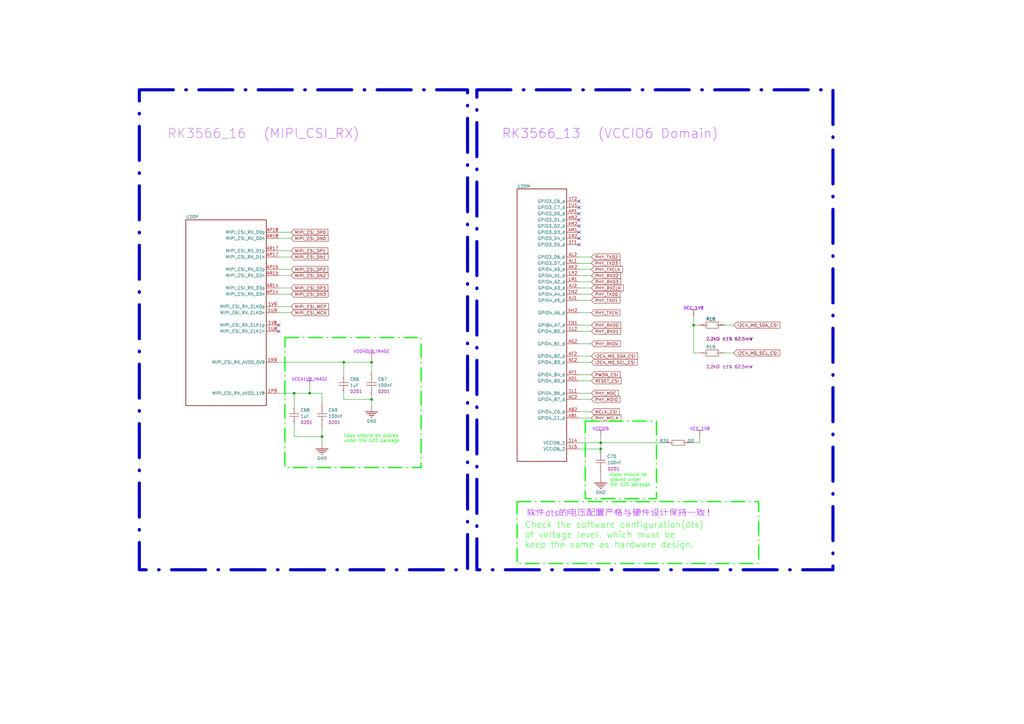
<source format=kicad_sch>
(kicad_sch (version 20250114) (generator "eeschema") (generator_version "9.0")
  (paper "A3")
  (rectangle (start 116.84 138.43) (end 172.72 191.77) (stroke (width 0.508) (type dash_dot) (color 0 255 0 1)))
  (rectangle (start 240.03 172.72) (end 269.24 204.47) (stroke (width 0.508) (type dash_dot) (color 0 255 0 1)))
  (rectangle (start 57.15 36.83) (end 191.77 233.68) (stroke (width 1.27) (type dash_dot)))
  (rectangle (start 212.09 205.74) (end 311.15 231.14) (stroke (width 0.508) (type dash_dot) (color 0 255 0 1)))
  (rectangle (start 195.58 36.83) (end 341.63 233.68) (stroke (width 1.27) (type dash_dot)))
  (text "Caps should be \nplaced under \nthe U20 package" (at 250.19 199.644 0) (effects (font (size 1.27 1.27)) (justify left bottom)))
  (text "RK3566_13" (at 205.74 57.15 0) (effects (font (size 3.81 3.81)) (justify left bottom)))
  (text "软件dts的电压配置严格与硬件设计保持一致！" (at 215.9 212.09 0) (effects (font (size 2.54 2.54)) (justify left bottom)))
  (text "Caps should be placed \nunder the U20 package" (at 140.97 181.61 0) (effects (font (size 1.27 1.27)) (justify left bottom)))
  (text "Check the software configuration(dts)\nof voltage level, which must be\nkeep the same as hardware design." (at 215.138 225.044 0) (effects (font (size 2.54 2.54)) (justify left bottom)))
  (text "(MIPI_CSI_RX)" (at 107.95 57.15 0) (effects (font (size 3.81 3.81)) (justify left bottom)))
  (text "(VCCIO6 Domain)" (at 245.11 57.15 0) (effects (font (size 3.81 3.81)) (justify left bottom)))
  (text "RK3566_16" (at 68.58 57.15 0) (effects (font (size 3.81 3.81)) (justify left bottom)))
  (junction (at 132.08 179.07))
  (junction (at 140.97 148.59))
  (junction (at 127 161.29))
  (junction (at 246.38 181.61))
  (junction (at 152.4 148.59))
  (junction (at 246.38 184.15))
  (junction (at 284.48 133.35))
  (junction (at 152.4 163.83))
  (junction (at 120.65 161.29))
  (no_connect (at 114.3 133.35))
  (no_connect (at 237.49 92.71))
  (no_connect (at 237.49 87.63))
  (no_connect (at 237.49 100.33))
  (no_connect (at 114.3 135.89))
  (no_connect (at 237.49 97.79))
  (no_connect (at 237.49 95.25))
  (no_connect (at 237.49 85.09))
  (no_connect (at 237.49 90.17))
  (no_connect (at 237.49 82.55))
  (wire (pts (xy 140.97 153.67) (xy 140.97 148.59)))
  (wire (pts (xy 242.57 123.19) (xy 237.49 123.19)))
  (wire (pts (xy 284.48 133.35) (xy 284.48 129.54)))
  (wire (pts (xy 114.3 148.59) (xy 140.97 148.59)))
  (wire (pts (xy 152.4 152.4) (xy 152.4 148.59)))
  (wire (pts (xy 242.57 163.83) (xy 237.49 163.83)))
  (wire (pts (xy 119.38 113.03) (xy 114.3 113.03)))
  (wire (pts (xy 237.49 153.67) (xy 242.57 153.67)))
  (wire (pts (xy 120.65 166.37) (xy 120.65 161.29)))
  (wire (pts (xy 119.38 97.79) (xy 114.3 97.79)))
  (wire (pts (xy 242.57 107.95) (xy 237.49 107.95)))
  (wire (pts (xy 246.38 184.15) (xy 237.49 184.15)))
  (wire (pts (xy 297.18 133.35) (xy 300.99 133.35)))
  (wire (pts (xy 119.38 120.65) (xy 114.3 120.65)))
  (wire (pts (xy 152.4 162.56) (xy 152.4 163.83)))
  (wire (pts (xy 297.18 144.78) (xy 300.99 144.78)))
  (wire (pts (xy 140.97 148.59) (xy 152.4 148.59)))
  (wire (pts (xy 119.38 110.49) (xy 114.3 110.49)))
  (wire (pts (xy 242.57 110.49) (xy 237.49 110.49)))
  (wire (pts (xy 242.57 140.97) (xy 237.49 140.97)))
  (wire (pts (xy 242.57 120.65) (xy 237.49 120.65)))
  (wire (pts (xy 119.38 102.87) (xy 114.3 102.87)))
  (wire (pts (xy 152.4 163.83) (xy 140.97 163.83)))
  (wire (pts (xy 242.57 115.57) (xy 237.49 115.57)))
  (wire (pts (xy 237.49 156.21) (xy 242.57 156.21)))
  (wire (pts (xy 246.38 181.61) (xy 246.38 184.15)))
  (wire (pts (xy 132.08 161.29) (xy 127 161.29)))
  (wire (pts (xy 119.38 105.41) (xy 114.3 105.41)))
  (wire (pts (xy 242.57 105.41) (xy 237.49 105.41)))
  (wire (pts (xy 119.38 95.25) (xy 114.3 95.25)))
  (wire (pts (xy 237.49 168.91) (xy 242.57 168.91)))
  (wire (pts (xy 237.49 146.05) (xy 242.57 146.05)))
  (wire (pts (xy 242.57 133.35) (xy 237.49 133.35)))
  (wire (pts (xy 114.3 128.27) (xy 119.38 128.27)))
  (wire (pts (xy 284.48 144.78) (xy 287.02 144.78)))
  (wire (pts (xy 237.49 148.59) (xy 242.57 148.59)))
  (wire (pts (xy 246.38 194.31) (xy 246.38 195.58)))
  (wire (pts (xy 132.08 179.07) (xy 120.65 179.07)))
  (wire (pts (xy 284.48 133.35) (xy 287.02 133.35)))
  (wire (pts (xy 242.57 128.27) (xy 237.49 128.27)))
  (wire (pts (xy 114.3 125.73) (xy 119.38 125.73)))
  (wire (pts (xy 242.57 113.03) (xy 237.49 113.03)))
  (wire (pts (xy 242.57 135.89) (xy 237.49 135.89)))
  (wire (pts (xy 132.08 175.26) (xy 132.08 179.07)))
  (wire (pts (xy 246.38 181.61) (xy 273.05 181.61)))
  (wire (pts (xy 242.57 118.11) (xy 237.49 118.11)))
  (wire (pts (xy 119.38 118.11) (xy 114.3 118.11)))
  (wire (pts (xy 242.57 171.45) (xy 237.49 171.45)))
  (wire (pts (xy 127 158.75) (xy 127 161.29)))
  (wire (pts (xy 242.57 161.29) (xy 237.49 161.29)))
  (wire (pts (xy 132.08 161.29) (xy 132.08 165.1)))
  (wire (pts (xy 152.4 163.83) (xy 152.4 166.37)))
  (wire (pts (xy 284.48 144.78) (xy 284.48 133.35)))
  (wire (pts (xy 152.4 147.32) (xy 152.4 148.59)))
  (wire (pts (xy 132.08 181.61) (xy 132.08 179.07)))
  (wire (pts (xy 140.97 163.83) (xy 140.97 161.29)))
  (wire (pts (xy 114.3 161.29) (xy 120.65 161.29)))
  (wire (pts (xy 287.02 179.07) (xy 287.02 181.61)))
  (wire (pts (xy 127 161.29) (xy 120.65 161.29)))
  (wire (pts (xy 246.38 181.61) (xy 246.38 179.07)))
  (wire (pts (xy 287.02 181.61) (xy 283.21 181.61)))
  (wire (pts (xy 120.65 179.07) (xy 120.65 173.99)))
  (wire (pts (xy 237.49 181.61) (xy 246.38 181.61)))
  (global_label "MIPI_CSI_MCN" (shape input) (at 119.38 128.27 0) (property "Intersheetrefs" "${INTERSHEET_REFS}" (effects (hide yes))))
  (global_label "MIPI_CSI_DN2" (shape input) (at 119.38 113.03 0) (property "Intersheetrefs" "${INTERSHEET_REFS}" (effects (hide yes))))
  (global_label "PHY_MDC" (shape input) (at 242.57 161.29 0) (property "Intersheetrefs" "${INTERSHEET_REFS}" (effects (hide yes))))
  (global_label "PHY_MCLK" (shape input) (at 242.57 171.45 0) (property "Intersheetrefs" "${INTERSHEET_REFS}" (effects (hide yes))))
  (global_label "PWDN_CSI" (shape input) (at 242.57 153.67 0) (property "Intersheetrefs" "${INTERSHEET_REFS}" (effects (hide yes))))
  (global_label "I2C4_M0_SCL_CSI" (shape input) (at 242.57 148.59 0) (property "Intersheetrefs" "${INTERSHEET_REFS}" (effects (hide yes))))
  (global_label "MIPI_CSI_DN0" (shape input) (at 119.38 97.79 0) (property "Intersheetrefs" "${INTERSHEET_REFS}" (effects (hide yes))))
  (global_label "MIPI_CSI_DN3" (shape input) (at 119.38 120.65 0) (property "Intersheetrefs" "${INTERSHEET_REFS}" (effects (hide yes))))
  (global_label "PHY_TXD1" (shape input) (at 242.57 123.19 0) (property "Intersheetrefs" "${INTERSHEET_REFS}" (effects (hide yes))))
  (global_label "MIPI_CSI_DN1" (shape input) (at 119.38 105.41 0) (property "Intersheetrefs" "${INTERSHEET_REFS}" (effects (hide yes))))
  (global_label "PHY_RXD2" (shape input) (at 242.57 113.03 0) (property "Intersheetrefs" "${INTERSHEET_REFS}" (effects (hide yes))))
  (global_label "PHY_MDIO" (shape input) (at 242.57 163.83 0) (property "Intersheetrefs" "${INTERSHEET_REFS}" (effects (hide yes))))
  (global_label "RESET_CSI" (shape input) (at 242.57 156.21 0) (property "Intersheetrefs" "${INTERSHEET_REFS}" (effects (hide yes))))
  (global_label "PHY_RXD0" (shape input) (at 242.57 133.35 0) (property "Intersheetrefs" "${INTERSHEET_REFS}" (effects (hide yes))))
  (global_label "I2C4_M0_SCL_CSI" (shape input) (at 300.99 144.78 0) (property "Intersheetrefs" "${INTERSHEET_REFS}" (effects (hide yes))))
  (global_label "PHY_RXD3" (shape input) (at 242.57 115.57 0) (property "Intersheetrefs" "${INTERSHEET_REFS}" (effects (hide yes))))
  (global_label "PHY_TXD0" (shape input) (at 242.57 120.65 0) (property "Intersheetrefs" "${INTERSHEET_REFS}" (effects (hide yes))))
  (global_label "PHY_RXCLK" (shape input) (at 242.57 118.11 0) (property "Intersheetrefs" "${INTERSHEET_REFS}" (effects (hide yes))))
  (global_label "MCLK_CSI" (shape input) (at 242.57 168.91 0) (property "Intersheetrefs" "${INTERSHEET_REFS}" (effects (hide yes))))
  (global_label "PHY_TXCLK" (shape input) (at 242.57 110.49 0) (property "Intersheetrefs" "${INTERSHEET_REFS}" (effects (hide yes))))
  (global_label "PHY_TXD2" (shape input) (at 242.57 105.41 0) (property "Intersheetrefs" "${INTERSHEET_REFS}" (effects (hide yes))))
  (global_label "MIPI_CSI_DP3" (shape input) (at 119.38 118.11 0) (property "Intersheetrefs" "${INTERSHEET_REFS}" (effects (hide yes))))
  (global_label "PHY_TXD3" (shape input) (at 242.57 107.95 0) (property "Intersheetrefs" "${INTERSHEET_REFS}" (effects (hide yes))))
  (global_label "MIPI_CSI_DP1" (shape input) (at 119.38 102.87 0) (property "Intersheetrefs" "${INTERSHEET_REFS}" (effects (hide yes))))
  (global_label "MIPI_CSI_DP0" (shape input) (at 119.38 95.25 0) (property "Intersheetrefs" "${INTERSHEET_REFS}" (effects (hide yes))))
  (global_label "MIPI_CSI_DP2" (shape input) (at 119.38 110.49 0) (property "Intersheetrefs" "${INTERSHEET_REFS}" (effects (hide yes))))
  (global_label "MIPI_CSI_MCP" (shape input) (at 119.38 125.73 0) (property "Intersheetrefs" "${INTERSHEET_REFS}" (effects (hide yes))))
  (global_label "I2C4_M0_SDA_CSI" (shape input) (at 300.99 133.35 0) (property "Intersheetrefs" "${INTERSHEET_REFS}" (effects (hide yes))))
  (global_label "I2C4_M0_SDA_CSI" (shape input) (at 242.57 146.05 0) (property "Intersheetrefs" "${INTERSHEET_REFS}" (effects (hide yes))))
  (global_label "PHY_RXD1" (shape input) (at 242.57 135.89 0) (property "Intersheetrefs" "${INTERSHEET_REFS}" (effects (hide yes))))
  (global_label "PHY_RXDV" (shape input) (at 242.57 140.97 0) (property "Intersheetrefs" "${INTERSHEET_REFS}" (effects (hide yes))))
  (global_label "PHY_TXEN" (shape input) (at 242.57 128.27 0) (property "Intersheetrefs" "${INTERSHEET_REFS}" (effects (hide yes))))
  (symbol (lib_id "LCSC Taish-easyedapro:Ground-GND") (at 152.4 166.37 0) (unit 1)
    (property "Reference" "#PWR0177" (effects (hide yes)))
    (property "Value" "GND" (at 152.4 172.72 0))
    (property "Footprint" "LCSC Taish-easyedapro:" (effects (hide yes)))
  )
  (symbol (lib_id "LCSC Taish-easyedapro:CL05A105KP5NNNC") (at 120.65 170.18 270) (unit 1)
    (property "Reference" "C68" (at 123.19 168.91 90) (effects (justify left bottom)))
    (property "Value" "1uF" (at 123.19 171.45 90) (effects (justify left bottom)))
    (property "Footprint" "Capacitor_SMD:C_0402_1005Metric" (effects (hide yes)))
    (property "Datasheet" "https://atta.szlcsc.com/upload/public/pdf/source/20160103/1457707736151.pdf" (effects (hide yes)))
    (property "Description" "容值:1uF;精度:±10%;额定电压:10V;材质(温度系数):X5R;" (effects (hide yes)))
    (property "Manufacturer Part" "CL03A105MQ3CSNH" (effects (hide yes)))
    (property "Manufacturer" "SAMSUNG(三星)" (effects (hide yes)))
    (property "Supplier Part" "C53067" (effects (hide yes)))
    (property "Supplier" "LCSC" (effects (hide yes)))
    (property "LCSC Part Name" "1uF ±20% 6.3V" (effects (hide yes)))
    (property "Supplier Footprint" "0201" (at 123.19 173.99 90) (effects (justify left bottom)))
  )
  (symbol (lib_id "LCSC Taish-easyedapro:Power-VCC") (at 152.4 147.32 0) (unit 1)
    (property "Reference" "#PWR0178" (effects (hide yes)))
    (property "Value" "VDDA0V9_IMAGE" (at 152.4 144.78 0) (effects (justify bottom)))
    (property "Footprint" "LCSC Taish-easyedapro:" (effects (hide yes)))
  )
  (symbol (lib_id "LCSC Taish-easyedapro:RK3566") (at 96.52 128.27 0) (unit 16)
    (property "Reference" "U20" (at 76.2 89.6874 0) (effects (justify left bottom)))
    (property "Value" "~" (at 96.52 128.27 0))
    (property "Footprint" "LCSC Taish-easyedapro:RK3566" (effects (hide yes)))
  )
  (symbol (lib_id "LCSC Taish-easyedapro:Ground-GND") (at 246.38 195.58 0) (unit 1)
    (property "Reference" "#PWR0174" (effects (hide yes)))
    (property "Value" "GND" (at 246.38 201.93 0))
    (property "Footprint" "LCSC Taish-easyedapro:" (effects (hide yes)))
  )
  (symbol (lib_id "LCSC Taish-easyedapro:CL05B104KB54PNC") (at 132.08 170.18 90) (unit 1)
    (property "Reference" "C69" (at 134.62 168.91 90) (effects (justify right top)))
    (property "Value" "100nF" (at 134.62 171.45 90) (effects (justify right top)))
    (property "Footprint" "Capacitor_SMD:C_0402_1005Metric" (effects (hide yes)))
    (property "Datasheet" "https://atta.szlcsc.com/upload/public/pdf/source/20181009/C307380_E0679AAF9658ADA26DBF30CED0CA6925.pdf" (effects (hide yes)))
    (property "Description" "容值:100nF;精度:±10%;额定电压:50V;材质(温度系数):X7R;" (effects (hide yes)))
    (property "Manufacturer Part" "CL03A104KO3NNNC" (effects (hide yes)))
    (property "Manufacturer" "SAMSUNG(三星)" (effects (hide yes)))
    (property "Supplier Part" "C307380" (effects (hide yes)))
    (property "Supplier" "LCSC" (effects (hide yes)))
    (property "LCSC Part Name" "100nF ±10% 16V" (effects (hide yes)))
    (property "JLCPCB Part Class" "Extended Part" (effects (hide yes)))
    (property "Supplier Footprint" "0201" (at 134.62 173.99 90) (effects (justify right top)))
  )
  (symbol (lib_id "LCSC Taish-easyedapro:ERJ2GE0R00X") (at 278.13 181.61 0) (unit 1)
    (property "Reference" "R20" (at 270.51 181.61 0) (effects (justify left bottom)))
    (property "Value" "0Ω" (at 281.94 181.61 0) (effects (justify left bottom)))
    (property "Footprint" "LCSC Taish-easyedapro:R0402" (effects (hide yes)))
    (property "Datasheet" "https://atta.szlcsc.com/upload/public/pdf/source/20181106/C242160_CA6E41971DE5A1DCD79442F3CF334CD6.pdf" (effects (hide yes)))
    (property "Description" "电阻类型:-;阻值:0Ω;功率:100mW;温度系数:-100ppm/°C~+600ppm/°C;最大工作电压:-;工作温度范围:-55°C~+155°C;" (effects (hide yes)))
    (property "Manufacturer Part" "ERJ2GE0R00X" (effects (hide yes)))
    (property "Manufacturer" "PANASONIC(松下)" (effects (hide yes)))
    (property "Supplier Part" "C242160" (effects (hide yes)))
    (property "Supplier" "LCSC" (effects (hide yes)))
    (property "LCSC Part Name" "0Ω 100mW" (effects (hide yes)))
  )
  (symbol (lib_id "LCSC Taish-easyedapro:CL05B104KB54PNC") (at 246.38 189.23 90) (unit 1)
    (property "Reference" "C70" (at 248.92 187.96 90) (effects (justify right top)))
    (property "Value" "100nF" (at 248.92 190.5 90) (effects (justify right top)))
    (property "Footprint" "Capacitor_SMD:C_0402_1005Metric" (effects (hide yes)))
    (property "Datasheet" "https://atta.szlcsc.com/upload/public/pdf/source/20181009/C307380_E0679AAF9658ADA26DBF30CED0CA6925.pdf" (effects (hide yes)))
    (property "Description" "容值:100nF;精度:±10%;额定电压:50V;材质(温度系数):X7R;" (effects (hide yes)))
    (property "Manufacturer Part" "CL03A104KO3NNNC" (effects (hide yes)))
    (property "Manufacturer" "SAMSUNG(三星)" (effects (hide yes)))
    (property "Supplier Part" "C307380" (effects (hide yes)))
    (property "Supplier" "LCSC" (effects (hide yes)))
    (property "LCSC Part Name" "100nF ±10% 16V" (effects (hide yes)))
    (property "JLCPCB Part Class" "Extended Part" (effects (hide yes)))
    (property "Supplier Footprint" "0201" (at 249.174 193.04 90) (effects (justify right top)))
  )
  (symbol (lib_id "LCSC Taish-easyedapro:RK3566") (at 224.79 133.35 0) (unit 13)
    (property "Reference" "U20" (at 212.09 77.1144 0) (effects (justify left bottom)))
    (property "Value" "~" (at 224.79 133.35 0))
    (property "Footprint" "LCSC Taish-easyedapro:RK3566" (effects (hide yes)))
  )
  (symbol (lib_id "LCSC Taish-easyedapro:Power-VCC") (at 284.48 129.54 0) (unit 1)
    (property "Reference" "#PWR0179" (effects (hide yes)))
    (property "Value" "VCC_1V8" (at 284.48 127 0) (effects (justify bottom)))
    (property "Footprint" "LCSC Taish-easyedapro:" (effects (hide yes)))
  )
  (symbol (lib_id "LCSC Taish-easyedapro:Power-VCC") (at 287.02 179.07 0) (unit 1)
    (property "Reference" "#PWR0176" (effects (hide yes)))
    (property "Value" "VCC_1V8" (at 287.02 176.53 0) (effects (justify bottom)))
    (property "Footprint" "LCSC Taish-easyedapro:" (effects (hide yes)))
  )
  (symbol (lib_id "LCSC Taish-easyedapro:Ground-GND") (at 132.08 181.61 0) (unit 1)
    (property "Reference" "#PWR0172" (effects (hide yes)))
    (property "Value" "GND" (at 132.08 187.96 0))
    (property "Footprint" "LCSC Taish-easyedapro:" (effects (hide yes)))
  )
  (symbol (lib_id "LCSC Taish-easyedapro:CL05A105KP5NNNC") (at 140.97 157.48 270) (unit 1)
    (property "Reference" "C66" (at 143.51 156.21 90) (effects (justify left bottom)))
    (property "Value" "1uF" (at 143.51 158.75 90) (effects (justify left bottom)))
    (property "Footprint" "Capacitor_SMD:C_0402_1005Metric" (effects (hide yes)))
    (property "Datasheet" "https://atta.szlcsc.com/upload/public/pdf/source/20160103/1457707736151.pdf" (effects (hide yes)))
    (property "Description" "容值:1uF;精度:±10%;额定电压:10V;材质(温度系数):X5R;" (effects (hide yes)))
    (property "Manufacturer Part" "CL03A105MQ3CSNH" (effects (hide yes)))
    (property "Manufacturer" "SAMSUNG(三星)" (effects (hide yes)))
    (property "Supplier Part" "C53067" (effects (hide yes)))
    (property "Supplier" "LCSC" (effects (hide yes)))
    (property "LCSC Part Name" "1uF ±20% 6.3V" (effects (hide yes)))
    (property "Supplier Footprint" "0201" (at 143.51 161.29 90) (effects (justify left bottom)))
  )
  (symbol (lib_id "LCSC Taish-easyedapro:Power-VCC") (at 127 158.75 0) (unit 1)
    (property "Reference" "#PWR0173" (effects (hide yes)))
    (property "Value" "VCCA1V8_IMAGE" (at 127 156.21 0) (effects (justify bottom)))
    (property "Footprint" "LCSC Taish-easyedapro:" (effects (hide yes)))
  )
  (symbol (lib_id "LCSC Taish-easyedapro:ERJ2RKF2201X") (at 292.1 133.35 0) (unit 1)
    (property "Reference" "R18" (at 289.56 131.5974 0) (effects (justify left bottom)))
    (property "Value" "2.2kΩ" (effects (hide yes)))
    (property "Footprint" "LCSC Taish-easyedapro:R0402" (effects (hide yes)))
    (property "Datasheet" "https://atta.szlcsc.com/upload/public/pdf/source/20200306/C422600_1E6D84923E4A46A82E41ADD87F860B5C.pdf" (effects (hide yes)))
    (property "Manufacturer Part" "0402WGF2201TCE" (effects (hide yes)))
    (property "Manufacturer" "UNI-ROYAL(厚声)" (effects (hide yes)))
    (property "Supplier Part" "C25879" (effects (hide yes)))
    (property "Supplier" "LCSC" (effects (hide yes)))
    (property "LCSC Part Name" "2.2kΩ ±1% 62.5mW" (at 289.56 139.7 0) (effects (justify left bottom)))
    (property "JLCPCB Part Class" "Basic Part" (effects (hide yes)))
  )
  (symbol (lib_id "LCSC Taish-easyedapro:ERJ2RKF2201X") (at 292.1 144.78 0) (unit 1)
    (property "Reference" "R19" (at 289.56 143.0274 0) (effects (justify left bottom)))
    (property "Value" "2.2kΩ" (effects (hide yes)))
    (property "Footprint" "LCSC Taish-easyedapro:R0402" (effects (hide yes)))
    (property "Datasheet" "https://atta.szlcsc.com/upload/public/pdf/source/20200306/C422600_1E6D84923E4A46A82E41ADD87F860B5C.pdf" (effects (hide yes)))
    (property "Manufacturer Part" "0402WGF2201TCE" (effects (hide yes)))
    (property "Manufacturer" "UNI-ROYAL(厚声)" (effects (hide yes)))
    (property "Supplier Part" "C25879" (effects (hide yes)))
    (property "Supplier" "LCSC" (effects (hide yes)))
    (property "LCSC Part Name" "2.2kΩ ±1% 62.5mW" (at 289.56 151.13 0) (effects (justify left bottom)))
    (property "JLCPCB Part Class" "Basic Part" (effects (hide yes)))
  )
  (symbol (lib_id "LCSC Taish-easyedapro:CL05B104KB54PNC") (at 152.4 157.48 90) (unit 1)
    (property "Reference" "C67" (at 154.94 156.21 90) (effects (justify right top)))
    (property "Value" "100nF" (at 154.94 158.75 90) (effects (justify right top)))
    (property "Footprint" "Capacitor_SMD:C_0402_1005Metric" (effects (hide yes)))
    (property "Datasheet" "https://atta.szlcsc.com/upload/public/pdf/source/20181009/C307380_E0679AAF9658ADA26DBF30CED0CA6925.pdf" (effects (hide yes)))
    (property "Description" "容值:100nF;精度:±10%;额定电压:50V;材质(温度系数):X7R;" (effects (hide yes)))
    (property "Manufacturer Part" "CL03A104KO3NNNC" (effects (hide yes)))
    (property "Manufacturer" "SAMSUNG(三星)" (effects (hide yes)))
    (property "Supplier Part" "C307380" (effects (hide yes)))
    (property "Supplier" "LCSC" (effects (hide yes)))
    (property "LCSC Part Name" "100nF ±10% 16V" (effects (hide yes)))
    (property "JLCPCB Part Class" "Extended Part" (effects (hide yes)))
    (property "Supplier Footprint" "0201" (at 154.94 161.29 90) (effects (justify right top)))
  )
  (symbol (lib_id "LCSC Taish-easyedapro:Power-VCC") (at 246.38 179.07 0) (unit 1)
    (property "Reference" "#PWR0175" (effects (hide yes)))
    (property "Value" "VCCIO6" (at 246.38 176.53 0) (effects (justify bottom)))
    (property "Footprint" "LCSC Taish-easyedapro:" (effects (hide yes)))
  )
)
</source>
